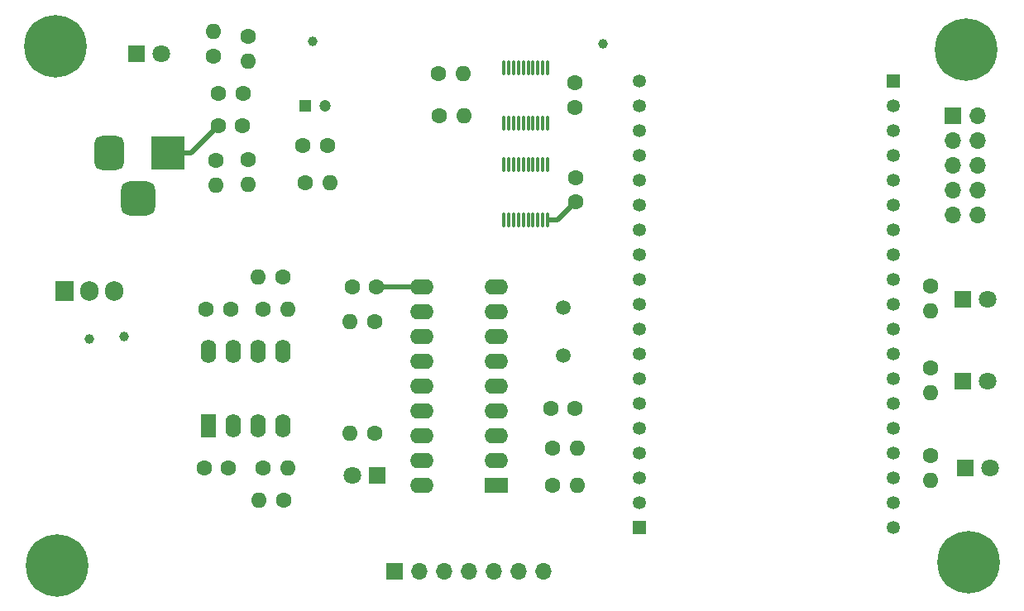
<source format=gbr>
%TF.GenerationSoftware,KiCad,Pcbnew,8.0.5*%
%TF.CreationDate,2024-12-04T22:36:59+01:00*%
%TF.ProjectId,ESP-Unit,4553502d-556e-4697-942e-6b696361645f,rev?*%
%TF.SameCoordinates,Original*%
%TF.FileFunction,Copper,L1,Top*%
%TF.FilePolarity,Positive*%
%FSLAX46Y46*%
G04 Gerber Fmt 4.6, Leading zero omitted, Abs format (unit mm)*
G04 Created by KiCad (PCBNEW 8.0.5) date 2024-12-04 22:36:59*
%MOMM*%
%LPD*%
G01*
G04 APERTURE LIST*
G04 Aperture macros list*
%AMRoundRect*
0 Rectangle with rounded corners*
0 $1 Rounding radius*
0 $2 $3 $4 $5 $6 $7 $8 $9 X,Y pos of 4 corners*
0 Add a 4 corners polygon primitive as box body*
4,1,4,$2,$3,$4,$5,$6,$7,$8,$9,$2,$3,0*
0 Add four circle primitives for the rounded corners*
1,1,$1+$1,$2,$3*
1,1,$1+$1,$4,$5*
1,1,$1+$1,$6,$7*
1,1,$1+$1,$8,$9*
0 Add four rect primitives between the rounded corners*
20,1,$1+$1,$2,$3,$4,$5,0*
20,1,$1+$1,$4,$5,$6,$7,0*
20,1,$1+$1,$6,$7,$8,$9,0*
20,1,$1+$1,$8,$9,$2,$3,0*%
G04 Aperture macros list end*
%TA.AperFunction,SMDPad,CuDef*%
%ADD10RoundRect,0.075000X0.075000X-0.662500X0.075000X0.662500X-0.075000X0.662500X-0.075000X-0.662500X0*%
%TD*%
%TA.AperFunction,ComponentPad*%
%ADD11R,1.600000X2.400000*%
%TD*%
%TA.AperFunction,ComponentPad*%
%ADD12O,1.600000X2.400000*%
%TD*%
%TA.AperFunction,ComponentPad*%
%ADD13O,1.600000X1.600000*%
%TD*%
%TA.AperFunction,ComponentPad*%
%ADD14C,1.600000*%
%TD*%
%TA.AperFunction,ComponentPad*%
%ADD15C,0.800000*%
%TD*%
%TA.AperFunction,ComponentPad*%
%ADD16C,6.400000*%
%TD*%
%TA.AperFunction,SMDPad,CuDef*%
%ADD17C,1.000000*%
%TD*%
%TA.AperFunction,ComponentPad*%
%ADD18C,1.500000*%
%TD*%
%TA.AperFunction,ComponentPad*%
%ADD19C,1.200000*%
%TD*%
%TA.AperFunction,ComponentPad*%
%ADD20R,1.200000X1.200000*%
%TD*%
%TA.AperFunction,ComponentPad*%
%ADD21R,1.800000X1.800000*%
%TD*%
%TA.AperFunction,ComponentPad*%
%ADD22C,1.800000*%
%TD*%
%TA.AperFunction,ComponentPad*%
%ADD23R,2.400000X1.600000*%
%TD*%
%TA.AperFunction,ComponentPad*%
%ADD24O,2.400000X1.600000*%
%TD*%
%TA.AperFunction,ComponentPad*%
%ADD25O,1.905000X2.000000*%
%TD*%
%TA.AperFunction,ComponentPad*%
%ADD26R,1.905000X2.000000*%
%TD*%
%TA.AperFunction,ComponentPad*%
%ADD27R,1.700000X1.700000*%
%TD*%
%TA.AperFunction,ComponentPad*%
%ADD28O,1.700000X1.700000*%
%TD*%
%TA.AperFunction,ComponentPad*%
%ADD29RoundRect,0.875000X-0.875000X-0.875000X0.875000X-0.875000X0.875000X0.875000X-0.875000X0.875000X0*%
%TD*%
%TA.AperFunction,ComponentPad*%
%ADD30RoundRect,0.750000X-0.750000X-1.000000X0.750000X-1.000000X0.750000X1.000000X-0.750000X1.000000X0*%
%TD*%
%TA.AperFunction,ComponentPad*%
%ADD31R,3.500000X3.500000*%
%TD*%
%TA.AperFunction,ComponentPad*%
%ADD32R,1.350000X1.350000*%
%TD*%
%TA.AperFunction,ComponentPad*%
%ADD33C,1.350000*%
%TD*%
%TA.AperFunction,Conductor*%
%ADD34C,0.500000*%
%TD*%
G04 APERTURE END LIST*
D10*
%TO.P,U5,1,A1*%
%TO.N,Net-(IC1-Q1)*%
X202220000Y-72458500D03*
%TO.P,U5,2,VCCA*%
%TO.N,/5V*%
X202720000Y-72458500D03*
%TO.P,U5,3,A2*%
%TO.N,Net-(IC1-Q2)*%
X203220000Y-72458500D03*
%TO.P,U5,4,A3*%
%TO.N,Net-(IC1-Q3)*%
X203720000Y-72458500D03*
%TO.P,U5,5,A4*%
%TO.N,Net-(IC1-Q4)*%
X204220000Y-72458500D03*
%TO.P,U5,6,A5*%
%TO.N,/MT8870_PWDN*%
X204720000Y-72458500D03*
%TO.P,U5,7,A6*%
%TO.N,unconnected-(U5-A6-Pad7)*%
X205220000Y-72458500D03*
%TO.P,U5,8,A7*%
%TO.N,unconnected-(U5-A7-Pad8)*%
X205720000Y-72458500D03*
%TO.P,U5,9,A8*%
%TO.N,unconnected-(U5-A8-Pad9)*%
X206220000Y-72458500D03*
%TO.P,U5,10,OE*%
%TO.N,/5V*%
X206720000Y-72458500D03*
%TO.P,U5,11,GND*%
%TO.N,Earth*%
X206720000Y-66733500D03*
%TO.P,U5,12,B8*%
%TO.N,unconnected-(U5-B8-Pad12)*%
X206220000Y-66733500D03*
%TO.P,U5,13,B7*%
%TO.N,unconnected-(U5-B7-Pad13)*%
X205720000Y-66733500D03*
%TO.P,U5,14,B6*%
%TO.N,unconnected-(U5-B6-Pad14)*%
X205220000Y-66733500D03*
%TO.P,U5,15,B5*%
%TO.N,/MT8870_PWDN_3V*%
X204720000Y-66733500D03*
%TO.P,U5,16,B4*%
%TO.N,/Q4_3V*%
X204220000Y-66733500D03*
%TO.P,U5,17,B3*%
%TO.N,/Q3_3V*%
X203720000Y-66733500D03*
%TO.P,U5,18,B2*%
%TO.N,/Q2_3V*%
X203220000Y-66733500D03*
%TO.P,U5,19,VCCB*%
%TO.N,/3V3*%
X202720000Y-66733500D03*
%TO.P,U5,20,B1*%
%TO.N,/Q1_3V*%
X202220000Y-66733500D03*
%TD*%
%TO.P,U4,1,A1*%
%TO.N,/SDA_3V*%
X202220000Y-62552500D03*
%TO.P,U4,2,VCCA*%
%TO.N,/5V*%
X202720000Y-62552500D03*
%TO.P,U4,3,A2*%
%TO.N,/SCL_3V*%
X203220000Y-62552500D03*
%TO.P,U4,4,A3*%
%TO.N,/SLIC_INT_3V*%
X203720000Y-62552500D03*
%TO.P,U4,5,A4*%
%TO.N,/MCP_RESET_3V*%
X204220000Y-62552500D03*
%TO.P,U4,6,A5*%
%TO.N,unconnected-(U4-A5-Pad6)*%
X204720000Y-62552500D03*
%TO.P,U4,7,A6*%
%TO.N,unconnected-(U4-A6-Pad7)*%
X205220000Y-62552500D03*
%TO.P,U4,8,A7*%
%TO.N,unconnected-(U4-A7-Pad8)*%
X205720000Y-62552500D03*
%TO.P,U4,9,A8*%
%TO.N,unconnected-(U4-A8-Pad9)*%
X206220000Y-62552500D03*
%TO.P,U4,10,OE*%
%TO.N,/5V*%
X206720000Y-62552500D03*
%TO.P,U4,11,GND*%
%TO.N,Earth*%
X206720000Y-56827500D03*
%TO.P,U4,12,B8*%
%TO.N,unconnected-(U4-B8-Pad12)*%
X206220000Y-56827500D03*
%TO.P,U4,13,B7*%
%TO.N,unconnected-(U4-B7-Pad13)*%
X205720000Y-56827500D03*
%TO.P,U4,14,B6*%
%TO.N,unconnected-(U4-B6-Pad14)*%
X205220000Y-56827500D03*
%TO.P,U4,15,B5*%
%TO.N,unconnected-(U4-B5-Pad15)*%
X204720000Y-56827500D03*
%TO.P,U4,16,B4*%
%TO.N,/MCP_RESET*%
X204220000Y-56827500D03*
%TO.P,U4,17,B3*%
%TO.N,/SLIC_INT*%
X203720000Y-56827500D03*
%TO.P,U4,18,B2*%
%TO.N,/SLC*%
X203220000Y-56827500D03*
%TO.P,U4,19,VCCB*%
%TO.N,/3V3*%
X202720000Y-56827500D03*
%TO.P,U4,20,B1*%
%TO.N,/SDA*%
X202220000Y-56827500D03*
%TD*%
D11*
%TO.P,U3,1,1OUT*%
%TO.N,/Audio_SLIC-Amp*%
X172003000Y-93477000D03*
D12*
%TO.P,U3,2,1IN-*%
%TO.N,Net-(U3-1IN-)*%
X174543000Y-93477000D03*
%TO.P,U3,3,1IN+*%
%TO.N,/Vref*%
X177083000Y-93477000D03*
%TO.P,U3,4,GND*%
%TO.N,Earth*%
X179623000Y-93477000D03*
%TO.P,U3,5,2IN+*%
%TO.N,/Vref*%
X179623000Y-85857000D03*
%TO.P,U3,6,2IN-*%
%TO.N,Net-(U3-2IN-)*%
X177083000Y-85857000D03*
%TO.P,U3,7,2OUT*%
%TO.N,/Audio_ESP32-Amp*%
X174543000Y-85857000D03*
%TO.P,U3,8,VCC*%
%TO.N,/5V*%
X172003000Y-85857000D03*
%TD*%
D13*
%TO.P,R1,2*%
%TO.N,/5V*%
X172720000Y-68834000D03*
D14*
%TO.P,R1,1*%
%TO.N,Net-(U2-ADJ)*%
X172720000Y-66294000D03*
%TD*%
%TO.P,C1,2*%
%TO.N,Earth*%
X175494000Y-62738000D03*
%TO.P,C1,1*%
%TO.N,Net-(U2-VI)*%
X172994000Y-62738000D03*
%TD*%
D15*
%TO.P,H4,1,1*%
%TO.N,Earth*%
X154064000Y-107776944D03*
X154766944Y-106079888D03*
X154766944Y-109474000D03*
X156464000Y-105376944D03*
D16*
X156464000Y-107776944D03*
D15*
X156464000Y-110176944D03*
X158161056Y-106079888D03*
X158161056Y-109474000D03*
X158864000Y-107776944D03*
%TD*%
D17*
%TO.P,TP2,1,1*%
%TO.N,/5V*%
X159766000Y-84582000D03*
%TD*%
D14*
%TO.P,R3,1*%
%TO.N,/Audio_SLIC*%
X177572000Y-97780000D03*
D13*
%TO.P,R3,2*%
%TO.N,Net-(U3-1IN-)*%
X180112000Y-97780000D03*
%TD*%
D14*
%TO.P,R16,1*%
%TO.N,Net-(D3-A)*%
X245872000Y-79219000D03*
D13*
%TO.P,R16,2*%
%TO.N,/WiFi_LED*%
X245872000Y-81759000D03*
%TD*%
D14*
%TO.P,R14,1*%
%TO.N,Net-(U3-2IN-)*%
X177552000Y-81524000D03*
D13*
%TO.P,R14,2*%
%TO.N,/Audio_ESP32*%
X180092000Y-81524000D03*
%TD*%
D18*
%TO.P,Y1,1,1*%
%TO.N,Net-(IC1-OSC1)*%
X208280000Y-86270000D03*
%TO.P,Y1,2,2*%
%TO.N,Net-(IC1-OSC2)*%
X208280000Y-81390000D03*
%TD*%
D14*
%TO.P,R9,1*%
%TO.N,Net-(IC1-ST{slash}GT)*%
X188996000Y-82804000D03*
D13*
%TO.P,R9,2*%
%TO.N,Net-(IC1-EST)*%
X186456000Y-82804000D03*
%TD*%
D19*
%TO.P,C7,2*%
%TO.N,Earth*%
X183907401Y-60706000D03*
D20*
%TO.P,C7,1*%
%TO.N,/Vref*%
X181907401Y-60706000D03*
%TD*%
D14*
%TO.P,C2,2*%
%TO.N,Earth*%
X173014000Y-59436000D03*
%TO.P,C2,1*%
%TO.N,/5V*%
X175514000Y-59436000D03*
%TD*%
D21*
%TO.P,D5,1,K*%
%TO.N,Earth*%
X249423000Y-97819000D03*
D22*
%TO.P,D5,2,A*%
%TO.N,Net-(D5-A)*%
X251963000Y-97819000D03*
%TD*%
D17*
%TO.P,TP4,1,1*%
%TO.N,/3V3*%
X212344000Y-54356000D03*
%TD*%
D14*
%TO.P,C4,1*%
%TO.N,Net-(C4-Pad1)*%
X209510000Y-91694000D03*
%TO.P,C4,2*%
%TO.N,/Audio_SLIC-Amp*%
X207010000Y-91694000D03*
%TD*%
%TO.P,C3,1*%
%TO.N,/Audio_SLIC-Amp*%
X171525000Y-97780000D03*
%TO.P,C3,2*%
%TO.N,Net-(U3-1IN-)*%
X174025000Y-97780000D03*
%TD*%
D23*
%TO.P,IC1,1,IN+*%
%TO.N,Net-(IC1-IN+)*%
X201437000Y-99558000D03*
D24*
%TO.P,IC1,2,IN-*%
%TO.N,Net-(IC1-IN-)*%
X201437000Y-97018000D03*
%TO.P,IC1,3,GS*%
%TO.N,Net-(IC1-GS)*%
X201437000Y-94478000D03*
%TO.P,IC1,4,VREF*%
%TO.N,Net-(IC1-IN+)*%
X201437000Y-91938000D03*
%TO.P,IC1,5,INH*%
%TO.N,Earth*%
X201437000Y-89398000D03*
%TO.P,IC1,6,PWDN*%
%TO.N,/MT8870_PWDN*%
X201437000Y-86858000D03*
%TO.P,IC1,7,OSC1*%
%TO.N,Net-(IC1-OSC1)*%
X201437000Y-84318000D03*
%TO.P,IC1,8,OSC2*%
%TO.N,Net-(IC1-OSC2)*%
X201437000Y-81778000D03*
%TO.P,IC1,9,VSS*%
%TO.N,Earth*%
X201437000Y-79238000D03*
%TO.P,IC1,10,TOE*%
%TO.N,/5V*%
X193817000Y-79238000D03*
%TO.P,IC1,11,Q1*%
%TO.N,Net-(IC1-Q1)*%
X193817000Y-81778000D03*
%TO.P,IC1,12,Q2*%
%TO.N,Net-(IC1-Q2)*%
X193817000Y-84318000D03*
%TO.P,IC1,13,Q3*%
%TO.N,Net-(IC1-Q3)*%
X193817000Y-86858000D03*
%TO.P,IC1,14,Q4*%
%TO.N,Net-(IC1-Q4)*%
X193817000Y-89398000D03*
%TO.P,IC1,15,STD*%
%TO.N,Net-(IC1-STD)*%
X193817000Y-91938000D03*
%TO.P,IC1,16,EST*%
%TO.N,Net-(IC1-EST)*%
X193817000Y-94478000D03*
%TO.P,IC1,17,ST/GT*%
%TO.N,Net-(IC1-ST{slash}GT)*%
X193817000Y-97018000D03*
%TO.P,IC1,18,VDD*%
%TO.N,/5V*%
X193817000Y-99558000D03*
%TD*%
D14*
%TO.P,R17,1*%
%TO.N,Net-(D4-A)*%
X245872000Y-96520000D03*
D13*
%TO.P,R17,2*%
%TO.N,/MQTT_LED*%
X245872000Y-99060000D03*
%TD*%
D22*
%TO.P,D1,2,A*%
%TO.N,Net-(D1-A)*%
X167127000Y-55372000D03*
D21*
%TO.P,D1,1,K*%
%TO.N,Earth*%
X164587000Y-55372000D03*
%TD*%
D17*
%TO.P,TP1,1,1*%
%TO.N,Net-(U2-VI)*%
X163322000Y-84328000D03*
%TD*%
D14*
%TO.P,R8,1*%
%TO.N,Net-(IC1-IN-)*%
X207215000Y-95758000D03*
D13*
%TO.P,R8,2*%
%TO.N,Net-(C4-Pad1)*%
X209755000Y-95758000D03*
%TD*%
D25*
%TO.P,U2,3,VI*%
%TO.N,Net-(U2-VI)*%
X162306000Y-79685000D03*
%TO.P,U2,2,VO*%
%TO.N,/5V*%
X159766000Y-79685000D03*
D26*
%TO.P,U2,1,ADJ*%
%TO.N,Net-(U2-ADJ)*%
X157226000Y-79685000D03*
%TD*%
D27*
%TO.P,J3,1,Pin_1*%
%TO.N,/SDA*%
X191008000Y-108433000D03*
D28*
%TO.P,J3,2,Pin_2*%
%TO.N,/SLC*%
X193548000Y-108433000D03*
%TO.P,J3,3,Pin_3*%
%TO.N,/SLIC_INT*%
X196088000Y-108433000D03*
%TO.P,J3,4,Pin_4*%
%TO.N,/MCP_RESET*%
X198628000Y-108433000D03*
%TO.P,J3,5,Pin_5*%
%TO.N,/Audio_SLIC*%
X201168000Y-108433000D03*
%TO.P,J3,6,Pin_6*%
%TO.N,/5V*%
X203708000Y-108433000D03*
%TO.P,J3,7,Pin_7*%
%TO.N,Earth*%
X206248000Y-108433000D03*
%TD*%
D27*
%TO.P,J2,1,Pin_1*%
%TO.N,/3V3*%
X248153000Y-61727000D03*
D28*
%TO.P,J2,2,Pin_2*%
%TO.N,Earth*%
X250693000Y-61727000D03*
%TO.P,J2,3,Pin_3*%
X248153000Y-64267000D03*
%TO.P,J2,4,Pin_4*%
X250693000Y-64267000D03*
%TO.P,J2,5,Pin_5*%
X248153000Y-66807000D03*
%TO.P,J2,6,Pin_6*%
%TO.N,/TMS*%
X250693000Y-66807000D03*
%TO.P,J2,7,Pin_7*%
%TO.N,/TCK*%
X248153000Y-69347000D03*
%TO.P,J2,8,Pin_8*%
%TO.N,/TDO*%
X250693000Y-69347000D03*
%TO.P,J2,9,Pin_9*%
%TO.N,/TDI*%
X248153000Y-71887000D03*
%TO.P,J2,10,Pin_10*%
%TO.N,unconnected-(J2-Pin_10-Pad10)*%
X250693000Y-71887000D03*
%TD*%
D14*
%TO.P,R10,1*%
%TO.N,Net-(IC1-IN-)*%
X207215000Y-99568000D03*
D13*
%TO.P,R10,2*%
%TO.N,Net-(IC1-GS)*%
X209755000Y-99568000D03*
%TD*%
D14*
%TO.P,R18,1*%
%TO.N,/Hook_Status_LED*%
X245872000Y-87601000D03*
D13*
%TO.P,R18,2*%
%TO.N,Net-(D5-A)*%
X245872000Y-90141000D03*
%TD*%
D14*
%TO.P,C9,1*%
%TO.N,Earth*%
X209550000Y-68092000D03*
%TO.P,C9,2*%
%TO.N,/5V*%
X209550000Y-70592000D03*
%TD*%
%TO.P,R15,1*%
%TO.N,/Audio_ESP32-Amp*%
X179613000Y-78222000D03*
D13*
%TO.P,R15,2*%
%TO.N,Net-(U3-2IN-)*%
X177073000Y-78222000D03*
%TD*%
D14*
%TO.P,R12,1*%
%TO.N,/5V*%
X195580000Y-61722000D03*
D13*
%TO.P,R12,2*%
%TO.N,/SLC*%
X198120000Y-61722000D03*
%TD*%
D21*
%TO.P,D3,1,K*%
%TO.N,Earth*%
X249169000Y-80518000D03*
D22*
%TO.P,D3,2,A*%
%TO.N,Net-(D3-A)*%
X251709000Y-80518000D03*
%TD*%
D15*
%TO.P,H2,1,1*%
%TO.N,Earth*%
X247422000Y-107442000D03*
X248124944Y-105744944D03*
X248124944Y-109139056D03*
X249822000Y-105042000D03*
D16*
X249822000Y-107442000D03*
D15*
X249822000Y-109842000D03*
X251519056Y-105744944D03*
X251519056Y-109139056D03*
X252222000Y-107442000D03*
%TD*%
D13*
%TO.P,R6,2*%
%TO.N,/Vref*%
X176022000Y-56134000D03*
D14*
%TO.P,R6,1*%
%TO.N,/5V*%
X176022000Y-53594000D03*
%TD*%
D29*
%TO.P,J1,3*%
%TO.N,N/C*%
X164798000Y-70232000D03*
D30*
%TO.P,J1,2*%
%TO.N,Earth*%
X161798000Y-65532000D03*
D31*
%TO.P,J1,1*%
%TO.N,Net-(U2-VI)*%
X167798000Y-65532000D03*
%TD*%
D14*
%TO.P,R11,1*%
%TO.N,Net-(IC1-STD)*%
X188971000Y-94234000D03*
D13*
%TO.P,R11,2*%
%TO.N,Net-(D2-A)*%
X186431000Y-94234000D03*
%TD*%
D21*
%TO.P,D2,1,K*%
%TO.N,Earth*%
X189230000Y-98552000D03*
D22*
%TO.P,D2,2,A*%
%TO.N,Net-(D2-A)*%
X186690000Y-98552000D03*
%TD*%
D13*
%TO.P,R7,2*%
%TO.N,Earth*%
X184406401Y-68580000D03*
D14*
%TO.P,R7,1*%
%TO.N,/Vref*%
X181866401Y-68580000D03*
%TD*%
%TO.P,C6,1*%
%TO.N,/5V*%
X189210000Y-79248000D03*
%TO.P,C6,2*%
%TO.N,Net-(IC1-ST{slash}GT)*%
X186710000Y-79248000D03*
%TD*%
%TO.P,C8,1*%
%TO.N,Earth*%
X209522000Y-58371500D03*
%TO.P,C8,2*%
%TO.N,/5V*%
X209522000Y-60871500D03*
%TD*%
D17*
%TO.P,TP5,1,1*%
%TO.N,/Vref*%
X182626000Y-54102000D03*
%TD*%
D14*
%TO.P,R13,1*%
%TO.N,/5V*%
X195551000Y-57404000D03*
D13*
%TO.P,R13,2*%
%TO.N,/SDA*%
X198091000Y-57404000D03*
%TD*%
D32*
%TO.P,U1,J4_1,GND_J4_1*%
%TO.N,Earth*%
X242108000Y-58166000D03*
D33*
%TO.P,U1,J4_2,G23*%
%TO.N,unconnected-(U1-G23-PadJ4_2)*%
X242108000Y-60706000D03*
%TO.P,U1,J4_3,G22*%
%TO.N,/SCL_3V*%
X242108000Y-63246000D03*
%TO.P,U1,J4_4,TXD*%
%TO.N,unconnected-(U1-TXD-PadJ4_4)*%
X242108000Y-65786000D03*
%TO.P,U1,J4_5,RXD*%
%TO.N,unconnected-(U1-RXD-PadJ4_5)*%
X242108000Y-68326000D03*
%TO.P,U1,J4_6,G21*%
%TO.N,/SDA_3V*%
X242108000Y-70866000D03*
%TO.P,U1,J4_7,GND_J4_7*%
%TO.N,Earth*%
X242108000Y-73406000D03*
%TO.P,U1,J4_8,G19*%
%TO.N,unconnected-(U1-G19-PadJ4_8)*%
X242108000Y-75946000D03*
%TO.P,U1,J4_9,G18*%
%TO.N,/WiFi_LED*%
X242108000Y-78486000D03*
%TO.P,U1,J4_10,G5*%
%TO.N,/Q4_3V*%
X242108000Y-81026000D03*
%TO.P,U1,J4_11,G17*%
%TO.N,/MQTT_LED*%
X242108000Y-83566000D03*
%TO.P,U1,J4_12,G16*%
%TO.N,/Hook_Status_LED*%
X242108000Y-86106000D03*
%TO.P,U1,J4_13,G4*%
%TO.N,/Q3_3V*%
X242108000Y-88646000D03*
%TO.P,U1,J4_14,G0*%
%TO.N,/Q1_3V*%
X242108000Y-91186000D03*
%TO.P,U1,J4_15,G2*%
%TO.N,/Q2_3V*%
X242108000Y-93726000D03*
%TO.P,U1,J4_16,G15*%
%TO.N,/TDO*%
X242108000Y-96266000D03*
%TO.P,U1,J4_17,SD1*%
%TO.N,unconnected-(U1-SD1-PadJ4_17)*%
X242108000Y-98806000D03*
%TO.P,U1,J4_18,SD0*%
%TO.N,unconnected-(U1-SD0-PadJ4_18)*%
X242108000Y-101346000D03*
%TO.P,U1,J4_19,CLK*%
%TO.N,unconnected-(U1-CLK-PadJ4_19)*%
X242108000Y-103886000D03*
D32*
%TO.P,U1,J5_1,5V*%
%TO.N,/5V*%
X216108000Y-103886000D03*
D33*
%TO.P,U1,J5_2,CMD*%
%TO.N,unconnected-(U1-CMD-PadJ5_2)*%
X216108000Y-101346000D03*
%TO.P,U1,J5_3,SD3*%
%TO.N,unconnected-(U1-SD3-PadJ5_3)*%
X216108000Y-98806000D03*
%TO.P,U1,J5_4,SD2*%
%TO.N,unconnected-(U1-SD2-PadJ5_4)*%
X216108000Y-96266000D03*
%TO.P,U1,J5_5,G13*%
%TO.N,/TCK*%
X216108000Y-93726000D03*
%TO.P,U1,J5_6,GND_J5_6*%
%TO.N,Earth*%
X216108000Y-91186000D03*
%TO.P,U1,J5_7,G12*%
%TO.N,/TDI*%
X216108000Y-88646000D03*
%TO.P,U1,J5_8,G14*%
%TO.N,/TMS*%
X216108000Y-86106000D03*
%TO.P,U1,J5_9,G27*%
%TO.N,unconnected-(U1-G27-PadJ5_9)*%
X216108000Y-83566000D03*
%TO.P,U1,J5_10,G26*%
%TO.N,unconnected-(U1-G26-PadJ5_10)*%
X216108000Y-81026000D03*
%TO.P,U1,J5_11,G25*%
%TO.N,/Audio_ESP32*%
X216108000Y-78486000D03*
%TO.P,U1,J5_12,G33*%
%TO.N,/MT8870_PWDN_3V*%
X216108000Y-75946000D03*
%TO.P,U1,J5_13,G32*%
%TO.N,unconnected-(U1-G32-PadJ5_13)*%
X216108000Y-73406000D03*
%TO.P,U1,J5_14,G35*%
%TO.N,/MCP_RESET_3V*%
X216108000Y-70866000D03*
%TO.P,U1,J5_15,G34*%
%TO.N,/SLIC_INT_3V*%
X216108000Y-68326000D03*
%TO.P,U1,J5_16,SN*%
%TO.N,unconnected-(U1-SN-PadJ5_16)*%
X216108000Y-65786000D03*
%TO.P,U1,J5_17,SP*%
%TO.N,unconnected-(U1-SP-PadJ5_17)*%
X216108000Y-63246000D03*
%TO.P,U1,J5_18,EN*%
%TO.N,unconnected-(U1-EN-PadJ5_18)*%
X216108000Y-60706000D03*
%TO.P,U1,J5_19,3V3*%
%TO.N,/3V3*%
X216108000Y-58166000D03*
%TD*%
D15*
%TO.P,H3,1,1*%
%TO.N,Earth*%
X247108944Y-54944944D03*
X247811888Y-53247888D03*
X247811888Y-56642000D03*
X249508944Y-52544944D03*
D16*
X249508944Y-54944944D03*
D15*
X249508944Y-57344944D03*
X251206000Y-53247888D03*
X251206000Y-56642000D03*
X251908944Y-54944944D03*
%TD*%
D14*
%TO.P,R5,1*%
%TO.N,Net-(U3-1IN-)*%
X179662000Y-101082000D03*
D13*
%TO.P,R5,2*%
%TO.N,/Audio_SLIC-Amp*%
X177122000Y-101082000D03*
%TD*%
%TO.P,R4,2*%
%TO.N,Net-(D1-A)*%
X172466000Y-53115000D03*
D14*
%TO.P,R4,1*%
%TO.N,/5V*%
X172466000Y-55655000D03*
%TD*%
D15*
%TO.P,H1,1,1*%
%TO.N,Earth*%
X153950000Y-54610000D03*
X154652944Y-52912944D03*
X154652944Y-56307056D03*
X156350000Y-52210000D03*
D16*
X156350000Y-54610000D03*
D15*
X156350000Y-57010000D03*
X158047056Y-52912944D03*
X158047056Y-56307056D03*
X158750000Y-54610000D03*
%TD*%
D21*
%TO.P,D4,1,K*%
%TO.N,Earth*%
X249169000Y-88900000D03*
D22*
%TO.P,D4,2,A*%
%TO.N,Net-(D4-A)*%
X251709000Y-88900000D03*
%TD*%
D14*
%TO.P,C10,1*%
%TO.N,Net-(U3-2IN-)*%
X174259000Y-81524000D03*
%TO.P,C10,2*%
%TO.N,/Audio_ESP32-Amp*%
X171759000Y-81524000D03*
%TD*%
%TO.P,C5,2*%
%TO.N,/Vref*%
X181661401Y-64770000D03*
%TO.P,C5,1*%
%TO.N,Earth*%
X184161401Y-64770000D03*
%TD*%
D13*
%TO.P,R2,2*%
%TO.N,Earth*%
X176022000Y-68805000D03*
D14*
%TO.P,R2,1*%
%TO.N,Net-(U2-ADJ)*%
X176022000Y-66265000D03*
%TD*%
D34*
%TO.N,Net-(U2-VI)*%
X170200000Y-65532000D02*
X172994000Y-62738000D01*
X167798000Y-65532000D02*
X170200000Y-65532000D01*
%TO.N,/5V*%
X193807000Y-79248000D02*
X193817000Y-79238000D01*
X189210000Y-79248000D02*
X193807000Y-79248000D01*
X207683500Y-72458500D02*
X206820000Y-72458500D01*
X209550000Y-70592000D02*
X207683500Y-72458500D01*
%TD*%
M02*

</source>
